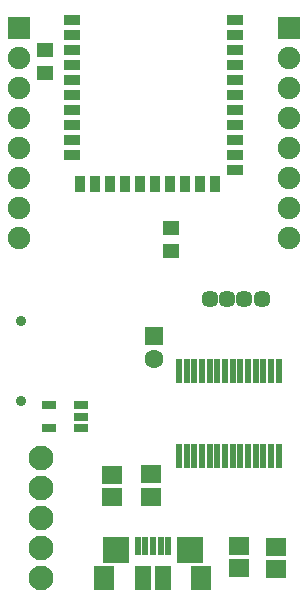
<source format=gbr>
G04 DipTrace 3.0.0.1*
G04 TopMask.gbr*
%MOIN*%
G04 #@! TF.FileFunction,Soldermask,Top*
G04 #@! TF.Part,Single*
%ADD49C,0.035433*%
%ADD56C,0.057087*%
%ADD58R,0.023622X0.07874*%
%ADD60C,0.062992*%
%ADD62R,0.062992X0.062992*%
%ADD64C,0.082677*%
%ADD66R,0.051181X0.031496*%
%ADD68R,0.055118X0.082677*%
%ADD70R,0.070866X0.082677*%
%ADD72R,0.090551X0.086614*%
%ADD74R,0.023622X0.061024*%
%ADD76R,0.035827X0.057874*%
%ADD78R,0.057874X0.035827*%
%ADD84R,0.055118X0.047244*%
%ADD86C,0.074803*%
%ADD88R,0.074803X0.074803*%
%ADD90R,0.066929X0.059055*%
%FSLAX26Y26*%
G04*
G70*
G90*
G75*
G01*
G04 TopMask*
%LPD*%
D90*
X771523Y808399D3*
Y733596D3*
X901444Y734646D3*
Y809449D3*
X1194882Y571129D3*
Y496326D3*
X1318242Y567323D3*
Y492520D3*
D88*
X458399Y2296982D3*
D86*
Y2196982D3*
Y2096982D3*
Y1996982D3*
Y1896982D3*
Y1796982D3*
Y1696982D3*
Y1596982D3*
D88*
X1358530Y2296982D3*
D86*
Y2196982D3*
Y2096982D3*
Y1996982D3*
Y1896982D3*
Y1796982D3*
Y1696982D3*
Y1596982D3*
D84*
X545819Y2224771D3*
Y2146030D3*
X967848Y1630840D3*
Y1552100D3*
D49*
X466667Y1052231D3*
Y1319948D3*
D78*
X1179134Y2324410D3*
Y2274410D3*
Y2224410D3*
Y2174410D3*
Y2124410D3*
Y2074410D3*
Y2024410D3*
Y1974410D3*
Y1924410D3*
Y1874410D3*
Y1824410D3*
D76*
X1114173Y1775591D3*
X1064173D3*
X1014173D3*
X964173D3*
X914173D3*
X864173D3*
X814173D3*
X764173D3*
X714173D3*
X664173D3*
D78*
X637795Y1874410D3*
Y1924410D3*
Y1974410D3*
Y2024410D3*
Y2074410D3*
Y2124410D3*
Y2174410D3*
Y2224410D3*
Y2274410D3*
Y2324410D3*
D74*
X957481Y569160D3*
X931890D3*
X906299D3*
X880709D3*
X855118D3*
D72*
X1028347Y556365D3*
X784252D3*
D70*
X1067717Y463845D3*
X744882D3*
D68*
X939764D3*
X872835D3*
D66*
X665355Y964567D3*
Y1001969D3*
Y1039370D3*
X559055D3*
Y964567D3*
D64*
X534777Y863124D3*
Y763124D3*
Y663124D3*
Y563124D3*
Y463124D3*
D62*
X910368Y1271654D3*
D60*
Y1192914D3*
D58*
X1325591Y1154462D3*
X1300000D3*
X1274410D3*
X1248819D3*
X1223229D3*
X1197638D3*
X1172047D3*
X1146457D3*
X1120866D3*
X1095276D3*
X1069685D3*
X1044095D3*
X1018504D3*
X992914D3*
Y870990D3*
X1018504Y870998D3*
X1044095D3*
X1069685D3*
X1095276D3*
X1120866D3*
X1146457D3*
X1172047D3*
X1197638D3*
X1223229D3*
X1248819D3*
X1274410D3*
X1300000D3*
X1325591D3*
D56*
X1268557Y1393116D3*
X1210682D3*
X1152808D3*
X1094934D3*
M02*

</source>
